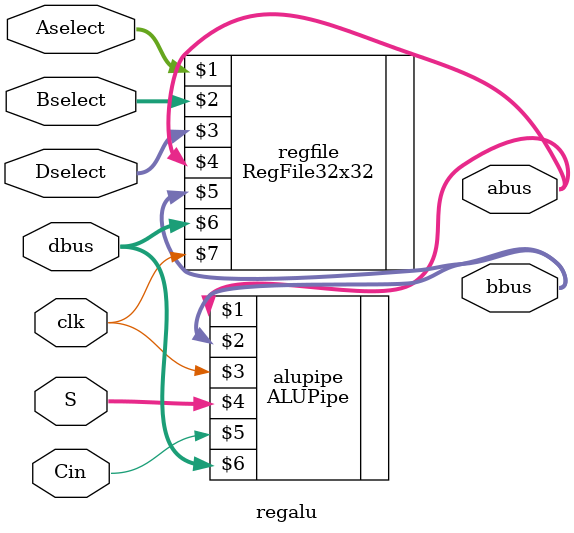
<source format=v>
`timescale 1ns / 1ps

module regalu(Aselect, Bselect, Dselect, clk, abus, bbus, dbus, S, Cin);
    input[31:0] Aselect, Bselect, Dselect, dbus;
    input clk, Cin;
    input[2:0] S;
    output[31:0] abus, bbus;
    
    // Instantiate RegFile
    RegFile32x32 regfile(Aselect, Bselect, Dselect, abus, bbus, dbus, clk);
    // Instantiate ALUPipe
    ALUPipe alupipe(abus, bbus, clk, S, Cin, dbus);
    
endmodule

</source>
